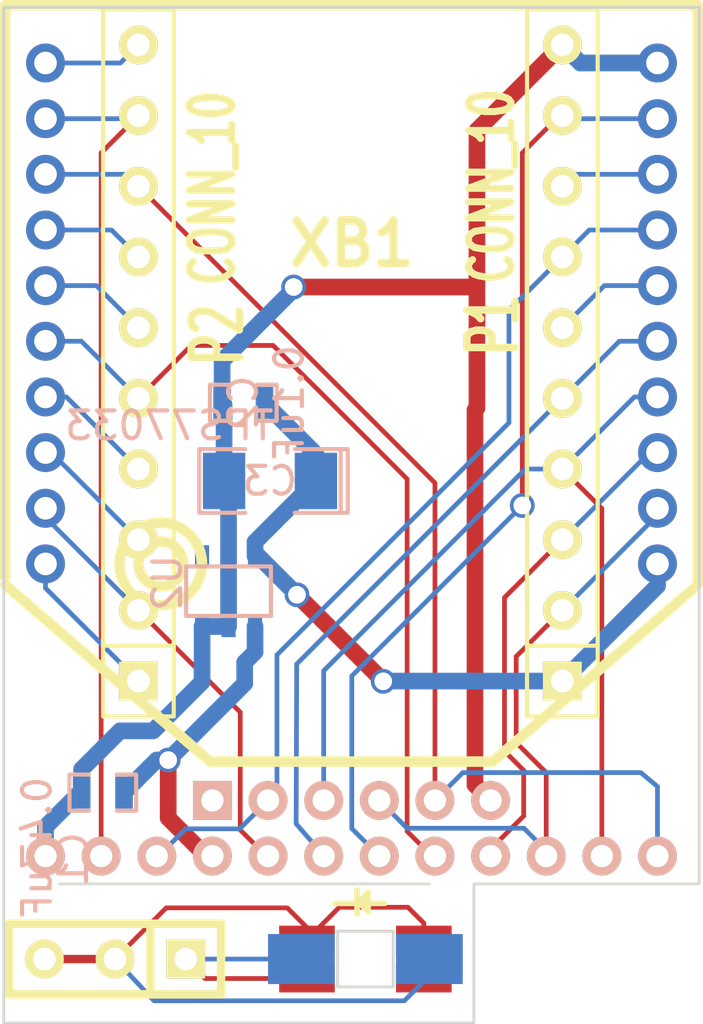
<source format=kicad_pcb>
(kicad_pcb (version 4) (host pcbnew "(2014-08-05 BZR 5054)-product")

  (general
    (links 49)
    (no_connects 0)
    (area 167.693499 89.565499 193.306501 128.29811)
    (thickness 1.6)
    (drawings 19)
    (tracks 175)
    (zones 0)
    (modules 12)
    (nets 26)
  )

  (page A4)
  (layers
    (0 F.Cu signal)
    (31 B.Cu signal)
    (32 B.Adhes user)
    (33 F.Adhes user)
    (34 B.Paste user)
    (35 F.Paste user)
    (36 B.SilkS user)
    (37 F.SilkS user)
    (38 B.Mask user)
    (39 F.Mask user)
    (40 Dwgs.User user)
    (41 Cmts.User user)
    (42 Eco1.User user)
    (43 Eco2.User user)
    (44 Edge.Cuts user)
    (45 Margin user)
    (46 B.CrtYd user)
    (47 F.CrtYd user)
    (48 B.Fab user)
    (49 F.Fab user)
  )

  (setup
    (last_trace_width 0.17)
    (user_trace_width 0.3)
    (user_trace_width 0.6)
    (trace_clearance 0.17)
    (zone_clearance 0.508)
    (zone_45_only no)
    (trace_min 0.17)
    (segment_width 0.2)
    (edge_width 0.1)
    (via_size 0.889)
    (via_drill 0.635)
    (via_min_size 0.889)
    (via_min_drill 0.508)
    (uvia_size 0.508)
    (uvia_drill 0.3)
    (uvias_allowed no)
    (uvia_min_size 0.508)
    (uvia_min_drill 0.127)
    (pcb_text_width 0.3)
    (pcb_text_size 1.5 1.5)
    (mod_edge_width 0.15)
    (mod_text_size 1 1)
    (mod_text_width 0.15)
    (pad_size 1.4 1.4)
    (pad_drill 0.8128)
    (pad_to_mask_clearance 0)
    (aux_axis_origin 0 0)
    (visible_elements FFFFFF7F)
    (pcbplotparams
      (layerselection 0x010f0_80000001)
      (usegerberextensions false)
      (excludeedgelayer true)
      (linewidth 0.100000)
      (plotframeref false)
      (viasonmask false)
      (mode 1)
      (useauxorigin false)
      (hpglpennumber 1)
      (hpglpenspeed 20)
      (hpglpendiameter 15)
      (hpglpenoverlay 2)
      (psnegative false)
      (psa4output false)
      (plotreference false)
      (plotvalue true)
      (plotinvisibletext false)
      (padsonsilk false)
      (subtractmaskfromsilk false)
      (outputformat 1)
      (mirror false)
      (drillshape 0)
      (scaleselection 1)
      (outputdirectory gerbers/))
  )

  (net 0 "")
  (net 1 "Net-(D1-Pad1)")
  (net 2 "Net-(D1-Pad2)")
  (net 3 VCC)
  (net 4 /Tx)
  (net 5 /Rx)
  (net 6 /Reset)
  (net 7 /XBee-Reset)
  (net 8 /Bootloader)
  (net 9 /Sleep_Rq)
  (net 10 GND)
  (net 11 /VBatt)
  (net 12 /RTS)
  (net 13 /On/Sleep)
  (net 14 /CTS)
  (net 15 "Net-(P3-Pad1)")
  (net 16 "Net-(P1-Pad6)")
  (net 17 "Net-(P1-Pad8)")
  (net 18 "Net-(P2-Pad1)")
  (net 19 "Net-(P2-Pad3)")
  (net 20 "Net-(P2-Pad4)")
  (net 21 "Net-(P2-Pad6)")
  (net 22 "Net-(P2-Pad7)")
  (net 23 "Net-(P2-Pad10)")
  (net 24 /V3)
  (net 25 "Net-(U2-Pad4)")

  (net_class Default "This is the default net class."
    (clearance 0.17)
    (trace_width 0.17)
    (via_dia 0.889)
    (via_drill 0.635)
    (uvia_dia 0.508)
    (uvia_drill 0.3)
    (add_net /Bootloader)
    (add_net /CTS)
    (add_net /On/Sleep)
    (add_net /RTS)
    (add_net /Reset)
    (add_net /Rx)
    (add_net /Sleep_Rq)
    (add_net /Tx)
    (add_net /V3)
    (add_net /VBatt)
    (add_net /XBee-Reset)
    (add_net GND)
    (add_net "Net-(D1-Pad1)")
    (add_net "Net-(D1-Pad2)")
    (add_net "Net-(P1-Pad6)")
    (add_net "Net-(P1-Pad8)")
    (add_net "Net-(P2-Pad1)")
    (add_net "Net-(P2-Pad10)")
    (add_net "Net-(P2-Pad3)")
    (add_net "Net-(P2-Pad4)")
    (add_net "Net-(P2-Pad6)")
    (add_net "Net-(P2-Pad7)")
    (add_net "Net-(P3-Pad1)")
    (add_net "Net-(U2-Pad4)")
    (add_net VCC)
  )

  (module Photodiode:pin_header_2mm_2x6 (layer B.Cu) (tedit 53FED096) (tstamp 53F9198F)
    (at 180.5 119.5)
    (path /53F67592)
    (fp_text reference P3 (at 0 -2.54) (layer B.SilkS) hide
      (effects (font (size 1 1) (thickness 0.15)) (justify mirror))
    )
    (fp_text value CONN_6X2 (at 0 2.5) (layer B.SilkS) hide
      (effects (font (size 1 1) (thickness 0.15)) (justify mirror))
    )
    (pad 5 thru_hole circle (at -1 -1) (size 1.4 1.4) (drill 0.8) (layers *.Cu *.Mask B.SilkS)
      (net 6 /Reset))
    (pad 3 thru_hole circle (at -3 -1) (size 1.4 1.4) (drill 0.8) (layers *.Cu *.Mask B.SilkS)
      (net 8 /Bootloader))
    (pad 1 thru_hole rect (at -5 -1) (size 1.4 1.4) (drill 0.8) (layers *.Cu *.Mask B.SilkS)
      (net 15 "Net-(P3-Pad1)"))
    (pad 7 thru_hole circle (at 1 -1) (size 1.4 1.4) (drill 0.8) (layers *.Cu *.Mask B.SilkS)
      (net 5 /Rx))
    (pad 9 thru_hole circle (at 3 -1) (size 1.4 1.4) (drill 0.8) (layers *.Cu *.Mask B.SilkS)
      (net 13 /On/Sleep))
    (pad 11 thru_hole circle (at 5 -1) (size 1.4 1.4) (drill 0.8) (layers *.Cu *.Mask B.SilkS)
      (net 10 GND))
    (pad 12 thru_hole circle (at 5 1) (size 1.4 1.4) (drill 0.8) (layers *.Cu *.Mask B.SilkS)
      (net 4 /Tx))
    (pad 10 thru_hole circle (at 3 1) (size 1.4 1.4) (drill 0.8) (layers *.Cu *.Mask B.SilkS)
      (net 12 /RTS))
    (pad 8 thru_hole circle (at 1 1) (size 1.4 1.4) (drill 0.8) (layers *.Cu *.Mask B.SilkS)
      (net 9 /Sleep_Rq))
    (pad 6 thru_hole circle (at -1 1) (size 1.4 1.4) (drill 0.8) (layers *.Cu *.Mask B.SilkS)
      (net 7 /XBee-Reset))
    (pad 4 thru_hole circle (at -3 1) (size 1.4 1.4) (drill 0.8) (layers *.Cu *.Mask B.SilkS)
      (net 11 /VBatt))
    (pad 2 thru_hole circle (at -5 1) (size 1.4 1.4) (drill 0.8) (layers *.Cu *.Mask B.SilkS)
      (net 3 VCC))
  )

  (module Photodiode:pin_header_2mm_1x3 (layer F.Cu) (tedit 53FED0A2) (tstamp 53F6862C)
    (at 189.5 120.5)
    (path /53F674B3)
    (fp_text reference P4 (at 0 2.54) (layer F.SilkS) hide
      (effects (font (size 1 1) (thickness 0.15)))
    )
    (fp_text value CONN_3 (at 0 -1.5) (layer F.SilkS) hide
      (effects (font (size 1 1) (thickness 0.15)))
    )
    (pad 3 thru_hole circle (at 2 0) (size 1.4 1.4) (drill 0.8) (layers *.Cu *.Mask B.SilkS)
      (net 13 /On/Sleep))
    (pad 2 thru_hole circle (at 0 0) (size 1.4 1.4) (drill 0.8) (layers *.Cu *.Mask B.SilkS)
      (net 6 /Reset))
    (pad 1 thru_hole circle (at -2 0) (size 1.4 1.4) (drill 0.8) (layers *.Cu *.Mask B.SilkS)
      (net 5 /Rx))
  )

  (module Photodiode:pin_header_2mm_1x3 (layer F.Cu) (tedit 53FED071) (tstamp 53FED097)
    (at 171.5 120.5)
    (path /53F6753C)
    (fp_text reference P5 (at 0 2.54) (layer F.SilkS) hide
      (effects (font (size 1 1) (thickness 0.15)))
    )
    (fp_text value CONN_3 (at 0 -1.5) (layer F.SilkS) hide
      (effects (font (size 1 1) (thickness 0.15)))
    )
    (pad 3 thru_hole circle (at 2 0) (size 1.4 1.4) (drill 0.8) (layers *.Cu *.Mask B.SilkS)
      (net 8 /Bootloader))
    (pad 2 thru_hole circle (at 0 0) (size 1.4 1.4) (drill 0.8) (layers *.Cu *.Mask B.SilkS)
      (net 14 /CTS))
    (pad 1 thru_hole circle (at -2 0) (size 1.4 1.4) (drill 0.8) (layers *.Cu *.Mask B.SilkS)
      (net 10 GND))
  )

  (module Connect:SIL-3 (layer F.Cu) (tedit 53FED0B1) (tstamp 53F89D66)
    (at 172 124.2 180)
    (descr "Connecteur 3 pins")
    (tags "CONN DEV")
    (path /53F679DA)
    (fp_text reference P6 (at 0 -2.54 180) (layer F.SilkS) hide
      (effects (font (size 1.7907 1.07696) (thickness 0.26924)))
    )
    (fp_text value CONN_3 (at 0 -2.54 180) (layer F.SilkS) hide
      (effects (font (size 1.524 1.016) (thickness 0.3048)))
    )
    (fp_line (start -3.81 1.27) (end -3.81 -1.27) (layer F.SilkS) (width 0.3048))
    (fp_line (start -3.81 -1.27) (end 3.81 -1.27) (layer F.SilkS) (width 0.3048))
    (fp_line (start 3.81 -1.27) (end 3.81 1.27) (layer F.SilkS) (width 0.3048))
    (fp_line (start 3.81 1.27) (end -3.81 1.27) (layer F.SilkS) (width 0.3048))
    (fp_line (start -1.27 -1.27) (end -1.27 1.27) (layer F.SilkS) (width 0.3048))
    (pad 1 thru_hole rect (at -2.54 0 180) (size 1.397 1.397) (drill 0.8128) (layers *.Cu *.Mask F.SilkS)
      (net 2 "Net-(D1-Pad2)"))
    (pad 2 thru_hole circle (at 0 0 180) (size 1.397 1.397) (drill 0.8128) (layers *.Cu *.Mask F.SilkS)
      (net 1 "Net-(D1-Pad1)"))
    (pad 3 thru_hole circle (at 2.54 0 180) (size 1.397 1.397) (drill 0.8128) (layers *.Cu *.Mask F.SilkS)
      (net 1 "Net-(D1-Pad1)"))
  )

  (module Photodiode:LED-mount (layer F.Cu) (tedit 5402A169) (tstamp 54028FCD)
    (at 181.1 124.2)
    (path /53F67A70)
    (fp_text reference D1 (at 0 -2) (layer F.SilkS) hide
      (effects (font (size 1 1) (thickness 0.15)))
    )
    (fp_text value LED (at 0 2) (layer F.SilkS) hide
      (effects (font (size 1 1) (thickness 0.15)))
    )
    (pad 1 smd rect (at 2.2 0) (size 2.4 1.8) (layers B.Cu F.Paste B.Mask)
      (net 1 "Net-(D1-Pad1)"))
    (pad 2 smd rect (at -2.4 0) (size 2.4 1.8) (layers B.Cu F.Paste B.Mask)
      (net 2 "Net-(D1-Pad2)"))
    (pad 3 smd rect (at -2.2 -0.7) (size 2 1) (layers F.Cu F.Paste F.Mask))
    (pad 4 smd rect (at -2.2 0.7) (size 2 1) (layers F.Cu F.Paste F.Mask))
    (pad 5 smd rect (at 2 -0.7) (size 2 1) (layers F.Cu F.Paste F.Mask))
    (pad 6 smd rect (at 2 0.7) (size 2 1) (layers F.Cu F.Paste F.Mask))
  )

  (module Photodiode:XBee (layer F.Cu) (tedit 549A2FCB) (tstamp 54757BD3)
    (at 180.5 110 180)
    (path /53F67332)
    (fp_text reference XB1 (at -0.02 11.51 180) (layer F.SilkS)
      (effects (font (thickness 0.3048)))
    )
    (fp_text value XBEE (at 0 -1.4 180) (layer F.SilkS) hide
      (effects (font (thickness 0.3048)))
    )
    (fp_line (start -12.446 19.058) (end -12.446 20.074) (layer F.SilkS) (width 0.381))
    (fp_line (start 12.446 19.058) (end 12.446 20.074) (layer F.SilkS) (width 0.381))
    (fp_circle (center 6.858 0) (end 7.62 0.254) (layer F.SilkS) (width 0.381))
    (fp_circle (center 6.858 0) (end 8.128 0.762) (layer F.SilkS) (width 0.381))
    (fp_line (start -12.446 19.058) (end -12.446 -0.754) (layer F.SilkS) (width 0.381))
    (fp_line (start 12.446 0) (end 12.446 -0.254) (layer F.SilkS) (width 0.381))
    (fp_line (start 12.446 19.058) (end 12.446 -0.5) (layer F.SilkS) (width 0.381))
    (fp_line (start -12.446 20.074) (end 12.446 20.074) (layer F.SilkS) (width 0.381))
    (fp_line (start 12.446 -0.754) (end 5.08 -7.104) (layer F.SilkS) (width 0.381))
    (fp_line (start -12.446 -0.754) (end -5.08 -7.104) (layer F.SilkS) (width 0.381))
    (fp_line (start -5.08 -7.104) (end 5.08 -7.104) (layer F.SilkS) (width 0.381))
    (pad 20 thru_hole circle (at 11.00074 0 180) (size 1.4 1.4) (drill 0.8128) (layers *.Cu *.Mask)
      (net 18 "Net-(P2-Pad1)"))
    (pad 16 thru_hole circle (at 11.00074 8.001 180) (size 1.4 1.4) (drill 0.8128) (layers *.Cu *.Mask)
      (net 12 /RTS))
    (pad 14 thru_hole circle (at 11.00074 11.99896 180) (size 1.4 1.4) (drill 0.8128) (layers *.Cu *.Mask)
      (net 22 "Net-(P2-Pad7)"))
    (pad 15 thru_hole circle (at 11.00074 9.99998 180) (size 1.4 1.4) (drill 0.8128) (layers *.Cu *.Mask)
      (net 21 "Net-(P2-Pad6)"))
    (pad 18 thru_hole circle (at 11.00074 4.0005 180) (size 1.4 1.4) (drill 0.8128) (layers *.Cu *.Mask)
      (net 19 "Net-(P2-Pad3)"))
    (pad 17 thru_hole circle (at 11.00074 5.99948 180) (size 1.4 1.4) (drill 0.8128) (layers *.Cu *.Mask)
      (net 20 "Net-(P2-Pad4)"))
    (pad 19 thru_hole circle (at 11.00074 1.99898 180) (size 1.4 1.4) (drill 0.8128) (layers *.Cu *.Mask)
      (net 11 /VBatt))
    (pad 12 thru_hole circle (at 11.00074 15.99946 180) (size 1.4 1.4) (drill 0.8128) (layers *.Cu *.Mask)
      (net 14 /CTS))
    (pad 11 thru_hole circle (at 11.00074 18.00098 180) (size 1.4 1.4) (drill 0.8128) (layers *.Cu *.Mask)
      (net 23 "Net-(P2-Pad10)"))
    (pad 13 thru_hole circle (at 11.00074 14.00048 180) (size 1.4 1.4) (drill 0.8128) (layers *.Cu *.Mask)
      (net 13 /On/Sleep))
    (pad 8 thru_hole circle (at -11.00074 14.00048 180) (size 1.4 1.4) (drill 0.8128) (layers *.Cu *.Mask)
      (net 17 "Net-(P1-Pad8)"))
    (pad 10 thru_hole circle (at -11.00074 18.00098 180) (size 1.4 1.4) (drill 0.8128) (layers *.Cu *.Mask)
      (net 10 GND))
    (pad 9 thru_hole circle (at -11.00074 15.99946 180) (size 1.4 1.4) (drill 0.8128) (layers *.Cu *.Mask)
      (net 9 /Sleep_Rq))
    (pad 2 thru_hole circle (at -11.00074 1.99898 180) (size 1.4 1.4) (drill 0.8128) (layers *.Cu *.Mask)
      (net 5 /Rx))
    (pad 4 thru_hole circle (at -11.00074 5.99948 180) (size 1.4 1.4) (drill 0.8128) (layers *.Cu *.Mask)
      (net 6 /Reset))
    (pad 3 thru_hole circle (at -11.00074 4.0005 180) (size 1.4 1.4) (drill 0.8128) (layers *.Cu *.Mask)
      (net 4 /Tx))
    (pad 6 thru_hole circle (at -11.00074 9.99998 180) (size 1.4 1.4) (drill 0.8128) (layers *.Cu *.Mask)
      (net 16 "Net-(P1-Pad6)"))
    (pad 7 thru_hole circle (at -11.00074 11.99896 180) (size 1.4 1.4) (drill 0.8128) (layers *.Cu *.Mask)
      (net 8 /Bootloader))
    (pad 5 thru_hole circle (at -11.00074 8.001 180) (size 1.4 1.4) (drill 0.8128) (layers *.Cu *.Mask)
      (net 7 /XBee-Reset))
    (pad 1 thru_hole circle (at -11.00074 0 180) (size 1.4 1.4) (drill 0.8128) (layers *.Cu *.Mask)
      (net 24 /V3))
    (model Radio/Xbee.wrl
      (at (xyz 0 0 -0.1000000014901161))
      (scale (xyz 1 1 1))
      (rotate (xyz 270 0 0))
    )
  )

  (module Connect:SIL-10 (layer F.Cu) (tedit 549A2FDB) (tstamp 5475A580)
    (at 188.08 102.78 90)
    (descr "Connecteur 10 pins")
    (tags "CONN DEV")
    (path /53F6774F)
    (fp_text reference P1 (at 1.36 -2.49 90) (layer F.SilkS)
      (effects (font (size 1.72974 1.08712) (thickness 0.3048)))
    )
    (fp_text value CONN_10 (at 6.35 -2.54 90) (layer F.SilkS)
      (effects (font (size 1.524 1.016) (thickness 0.3048)))
    )
    (fp_line (start -12.7 1.27) (end -12.7 -1.27) (layer F.SilkS) (width 0.15))
    (fp_line (start -12.7 -1.27) (end 12.7 -1.27) (layer F.SilkS) (width 0.15))
    (fp_line (start 12.7 -1.27) (end 12.7 1.27) (layer F.SilkS) (width 0.15))
    (fp_line (start 12.7 1.27) (end -12.7 1.27) (layer F.SilkS) (width 0.15))
    (fp_line (start -10.16 1.27) (end -10.16 -1.27) (layer F.SilkS) (width 0.15))
    (pad 1 thru_hole rect (at -11.43 0 90) (size 1.397 1.397) (drill 0.8128) (layers *.Cu *.Mask F.SilkS)
      (net 24 /V3))
    (pad 2 thru_hole circle (at -8.89 0 90) (size 1.397 1.397) (drill 0.8128) (layers *.Cu *.Mask F.SilkS)
      (net 5 /Rx))
    (pad 3 thru_hole circle (at -6.35 0 90) (size 1.397 1.397) (drill 0.8128) (layers *.Cu *.Mask F.SilkS)
      (net 4 /Tx))
    (pad 4 thru_hole circle (at -3.81 0 90) (size 1.397 1.397) (drill 0.8128) (layers *.Cu *.Mask F.SilkS)
      (net 6 /Reset))
    (pad 5 thru_hole circle (at -1.27 0 90) (size 1.397 1.397) (drill 0.8128) (layers *.Cu *.Mask F.SilkS)
      (net 7 /XBee-Reset))
    (pad 6 thru_hole circle (at 1.27 0 90) (size 1.397 1.397) (drill 0.8128) (layers *.Cu *.Mask F.SilkS)
      (net 16 "Net-(P1-Pad6)"))
    (pad 7 thru_hole circle (at 3.81 0 90) (size 1.397 1.397) (drill 0.8128) (layers *.Cu *.Mask F.SilkS)
      (net 8 /Bootloader))
    (pad 8 thru_hole circle (at 6.35 0 90) (size 1.397 1.397) (drill 0.8128) (layers *.Cu *.Mask F.SilkS)
      (net 17 "Net-(P1-Pad8)"))
    (pad 9 thru_hole circle (at 8.89 0 90) (size 1.397 1.397) (drill 0.8128) (layers *.Cu *.Mask F.SilkS)
      (net 9 /Sleep_Rq))
    (pad 10 thru_hole circle (at 11.43 0 90) (size 1.397 1.397) (drill 0.8128) (layers *.Cu *.Mask F.SilkS)
      (net 10 GND))
  )

  (module Connect:SIL-10 (layer F.Cu) (tedit 549A2FD6) (tstamp 5475A593)
    (at 172.84 102.78 90)
    (descr "Connecteur 10 pins")
    (tags "CONN DEV")
    (path /53F675C9)
    (fp_text reference P2 (at 1.01 2.84 90) (layer F.SilkS)
      (effects (font (size 1.72974 1.08712) (thickness 0.3048)))
    )
    (fp_text value CONN_10 (at 6.28 2.66 90) (layer F.SilkS)
      (effects (font (size 1.524 1.016) (thickness 0.3048)))
    )
    (fp_line (start -12.7 1.27) (end -12.7 -1.27) (layer F.SilkS) (width 0.15))
    (fp_line (start -12.7 -1.27) (end 12.7 -1.27) (layer F.SilkS) (width 0.15))
    (fp_line (start 12.7 -1.27) (end 12.7 1.27) (layer F.SilkS) (width 0.15))
    (fp_line (start 12.7 1.27) (end -12.7 1.27) (layer F.SilkS) (width 0.15))
    (fp_line (start -10.16 1.27) (end -10.16 -1.27) (layer F.SilkS) (width 0.15))
    (pad 1 thru_hole rect (at -11.43 0 90) (size 1.397 1.397) (drill 0.8128) (layers *.Cu *.Mask F.SilkS)
      (net 18 "Net-(P2-Pad1)"))
    (pad 2 thru_hole circle (at -8.89 0 90) (size 1.397 1.397) (drill 0.8128) (layers *.Cu *.Mask F.SilkS)
      (net 11 /VBatt))
    (pad 3 thru_hole circle (at -6.35 0 90) (size 1.397 1.397) (drill 0.8128) (layers *.Cu *.Mask F.SilkS)
      (net 19 "Net-(P2-Pad3)"))
    (pad 4 thru_hole circle (at -3.81 0 90) (size 1.397 1.397) (drill 0.8128) (layers *.Cu *.Mask F.SilkS)
      (net 20 "Net-(P2-Pad4)"))
    (pad 5 thru_hole circle (at -1.27 0 90) (size 1.397 1.397) (drill 0.8128) (layers *.Cu *.Mask F.SilkS)
      (net 12 /RTS))
    (pad 6 thru_hole circle (at 1.27 0 90) (size 1.397 1.397) (drill 0.8128) (layers *.Cu *.Mask F.SilkS)
      (net 21 "Net-(P2-Pad6)"))
    (pad 7 thru_hole circle (at 3.81 0 90) (size 1.397 1.397) (drill 0.8128) (layers *.Cu *.Mask F.SilkS)
      (net 22 "Net-(P2-Pad7)"))
    (pad 8 thru_hole circle (at 6.35 0 90) (size 1.397 1.397) (drill 0.8128) (layers *.Cu *.Mask F.SilkS)
      (net 13 /On/Sleep))
    (pad 9 thru_hole circle (at 8.89 0 90) (size 1.397 1.397) (drill 0.8128) (layers *.Cu *.Mask F.SilkS)
      (net 14 /CTS))
    (pad 10 thru_hole circle (at 11.43 0 90) (size 1.397 1.397) (drill 0.8128) (layers *.Cu *.Mask F.SilkS)
      (net 23 "Net-(P2-Pad10)"))
  )

  (module SMD_Packages:SMD-0603_c (layer B.Cu) (tedit 549A2A22) (tstamp 549A34C4)
    (at 171.56 118.22 180)
    (path /549A30D6)
    (attr smd)
    (fp_text reference C1 (at 1.06 -2.4 450) (layer B.SilkS)
      (effects (font (size 1 1) (thickness 0.15)) (justify mirror))
    )
    (fp_text value 0.47uF (at 2.36 -1.98 450) (layer B.SilkS)
      (effects (font (size 1 1) (thickness 0.15)) (justify mirror))
    )
    (fp_line (start 0.50038 -0.65024) (end 1.19888 -0.65024) (layer B.SilkS) (width 0.15))
    (fp_line (start -0.50038 -0.65024) (end -1.19888 -0.65024) (layer B.SilkS) (width 0.15))
    (fp_line (start 0.50038 0.65024) (end 1.19888 0.65024) (layer B.SilkS) (width 0.15))
    (fp_line (start -1.19888 0.65024) (end -0.50038 0.65024) (layer B.SilkS) (width 0.15))
    (fp_line (start 1.19888 0.635) (end 1.19888 -0.635) (layer B.SilkS) (width 0.15))
    (fp_line (start -1.19888 -0.635) (end -1.19888 0.635) (layer B.SilkS) (width 0.15))
    (pad 1 smd rect (at -0.762 0 180) (size 0.635 1.143) (layers B.Cu B.Paste B.Mask)
      (net 3 VCC))
    (pad 2 smd rect (at 0.762 0 180) (size 0.635 1.143) (layers B.Cu B.Paste B.Mask)
      (net 10 GND))
    (model SMD_Packages/SMD-0603_c.wrl
      (at (xyz 0 0 0.001000000047497451))
      (scale (xyz 0.5 0.5 0.5))
      (rotate (xyz 0 0 0))
    )
  )

  (module SMD_Packages:SMD-0603_c (layer B.Cu) (tedit 549A298F) (tstamp 549A34D0)
    (at 176.61 104.21 180)
    (path /549A3151)
    (attr smd)
    (fp_text reference C2 (at 0 0 450) (layer B.SilkS)
      (effects (font (size 1 1) (thickness 0.15)) (justify mirror))
    )
    (fp_text value 0.1uF (at -1.651 0 450) (layer B.SilkS)
      (effects (font (size 1 1) (thickness 0.15)) (justify mirror))
    )
    (fp_line (start 0.50038 -0.65024) (end 1.19888 -0.65024) (layer B.SilkS) (width 0.15))
    (fp_line (start -0.50038 -0.65024) (end -1.19888 -0.65024) (layer B.SilkS) (width 0.15))
    (fp_line (start 0.50038 0.65024) (end 1.19888 0.65024) (layer B.SilkS) (width 0.15))
    (fp_line (start -1.19888 0.65024) (end -0.50038 0.65024) (layer B.SilkS) (width 0.15))
    (fp_line (start 1.19888 0.635) (end 1.19888 -0.635) (layer B.SilkS) (width 0.15))
    (fp_line (start -1.19888 -0.635) (end -1.19888 0.635) (layer B.SilkS) (width 0.15))
    (pad 1 smd rect (at -0.762 0 180) (size 0.635 1.143) (layers B.Cu B.Paste B.Mask)
      (net 24 /V3))
    (pad 2 smd rect (at 0.762 0 180) (size 0.635 1.143) (layers B.Cu B.Paste B.Mask)
      (net 10 GND))
    (model SMD_Packages/SMD-0603_c.wrl
      (at (xyz 0 0 0.001000000047497451))
      (scale (xyz 0.5 0.5 0.5))
      (rotate (xyz 0 0 0))
    )
  )

  (module SMD_Packages:SMD-1206_Pol (layer B.Cu) (tedit 549A298F) (tstamp 549A34DF)
    (at 177.57 107.02 180)
    (path /549A31E1)
    (attr smd)
    (fp_text reference C3 (at 0 0 180) (layer B.SilkS)
      (effects (font (size 1 1) (thickness 0.15)) (justify mirror))
    )
    (fp_text value 10uF (at 0 0 180) (layer B.SilkS) hide
      (effects (font (size 1 1) (thickness 0.15)) (justify mirror))
    )
    (fp_line (start -2.54 1.143) (end -2.794 1.143) (layer B.SilkS) (width 0.15))
    (fp_line (start -2.794 1.143) (end -2.794 -1.143) (layer B.SilkS) (width 0.15))
    (fp_line (start -2.794 -1.143) (end -2.54 -1.143) (layer B.SilkS) (width 0.15))
    (fp_line (start -2.54 1.143) (end -2.54 -1.143) (layer B.SilkS) (width 0.15))
    (fp_line (start -2.54 -1.143) (end -0.889 -1.143) (layer B.SilkS) (width 0.15))
    (fp_line (start 0.889 1.143) (end 2.54 1.143) (layer B.SilkS) (width 0.15))
    (fp_line (start 2.54 1.143) (end 2.54 -1.143) (layer B.SilkS) (width 0.15))
    (fp_line (start 2.54 -1.143) (end 0.889 -1.143) (layer B.SilkS) (width 0.15))
    (fp_line (start -0.889 1.143) (end -2.54 1.143) (layer B.SilkS) (width 0.15))
    (pad 1 smd rect (at -1.651 0 180) (size 1.524 2.032) (layers B.Cu B.Paste B.Mask)
      (net 24 /V3))
    (pad 2 smd rect (at 1.651 0 180) (size 1.524 2.032) (layers B.Cu B.Paste B.Mask)
      (net 10 GND))
    (model SMD_Packages/SMD-1206_Pol.wrl
      (at (xyz 0 0 0))
      (scale (xyz 0.1700000017881393 0.1599999964237213 0.1599999964237213))
      (rotate (xyz 0 0 0))
    )
  )

  (module SMD_Packages:SOT-23-5 (layer B.Cu) (tedit 549A2A82) (tstamp 549A34EC)
    (at 176.08 110.98 180)
    (path /549A2F0F)
    (attr smd)
    (fp_text reference U2 (at 2.19964 0.29972 450) (layer B.SilkS)
      (effects (font (size 1 1) (thickness 0.15)) (justify mirror))
    )
    (fp_text value TPS77033 (at 2.13 5.95 180) (layer B.SilkS)
      (effects (font (size 1 1) (thickness 0.15)) (justify mirror))
    )
    (fp_line (start 1.524 0.889) (end 1.524 -0.889) (layer B.SilkS) (width 0.15))
    (fp_line (start 1.524 -0.889) (end -1.524 -0.889) (layer B.SilkS) (width 0.15))
    (fp_line (start -1.524 -0.889) (end -1.524 0.889) (layer B.SilkS) (width 0.15))
    (fp_line (start -1.524 0.889) (end 1.524 0.889) (layer B.SilkS) (width 0.15))
    (pad 1 smd rect (at -0.9525 -1.27 180) (size 0.508 0.762) (layers B.Cu B.Paste B.Mask)
      (net 3 VCC))
    (pad 3 smd rect (at 0.9525 -1.27 180) (size 0.508 0.762) (layers B.Cu B.Paste B.Mask)
      (net 10 GND))
    (pad 5 smd rect (at -0.9525 1.27 180) (size 0.508 0.762) (layers B.Cu B.Paste B.Mask)
      (net 24 /V3))
    (pad 2 smd rect (at 0 -1.27 180) (size 0.508 0.762) (layers B.Cu B.Paste B.Mask)
      (net 10 GND))
    (pad 4 smd rect (at 0.9525 1.27 180) (size 0.508 0.762) (layers B.Cu B.Paste B.Mask)
      (net 25 "Net-(U2-Pad4)"))
    (model SMD_Packages/SOT-23-5.wrl
      (at (xyz 0 0 0))
      (scale (xyz 0.1000000014901161 0.1000000014901161 0.1000000014901161))
      (rotate (xyz 0 0 0))
    )
  )

  (gr_line (start 184.9 121.5) (end 184.9 126.5) (angle 90) (layer Edge.Cuts) (width 0.1))
  (gr_line (start 182 123.2) (end 182 125.2) (angle 90) (layer Edge.Cuts) (width 0.1))
  (gr_line (start 180 123.2) (end 180 125.2) (angle 90) (layer Edge.Cuts) (width 0.1))
  (gr_line (start 180 125.2) (end 182 125.2) (angle 90) (layer Edge.Cuts) (width 0.1))
  (gr_line (start 180 123.2) (end 182 123.2) (angle 90) (layer Edge.Cuts) (width 0.1))
  (gr_line (start 181 122) (end 181 122.3) (angle 90) (layer F.SilkS) (width 0.2))
  (gr_line (start 180.7 121.7) (end 180.7 122.6) (angle 90) (layer F.SilkS) (width 0.2))
  (gr_line (start 181.1 122.2) (end 181.7 122.2) (angle 90) (layer F.SilkS) (width 0.2))
  (gr_line (start 180.8 122.2) (end 180.7 122.2) (angle 90) (layer F.SilkS) (width 0.2))
  (gr_line (start 181.1 122.5) (end 180.8 122.2) (angle 90) (layer F.SilkS) (width 0.2))
  (gr_line (start 181.1 121.8) (end 181.1 122.5) (angle 90) (layer F.SilkS) (width 0.2))
  (gr_line (start 180.7 122.2) (end 181.1 121.8) (angle 90) (layer F.SilkS) (width 0.2))
  (gr_line (start 179.9 122.2) (end 180.7 122.2) (angle 90) (layer F.SilkS) (width 0.2))
  (gr_line (start 183.3 121.5) (end 170 121.5) (angle 90) (layer Edge.Cuts) (width 0.1))
  (gr_line (start 184.9 121.5) (end 193 121.5) (angle 90) (layer Edge.Cuts) (width 0.1))
  (gr_line (start 193 90) (end 193 121.5) (angle 90) (layer Edge.Cuts) (width 0.1))
  (gr_line (start 168 126.5) (end 184.9 126.5) (angle 90) (layer Edge.Cuts) (width 0.1))
  (gr_line (start 168 90) (end 193 90) (angle 90) (layer Edge.Cuts) (width 0.1))
  (gr_line (start 168 90) (end 168 126.5) (angle 90) (layer Edge.Cuts) (width 0.1))

  (segment (start 172 124.2) (end 169.46 124.2) (width 0.3) (layer F.Cu) (net 1))
  (segment (start 173.4 125.7) (end 172 124.2) (width 0.17) (layer B.Cu) (net 1) (tstamp 53FC439A) (status 20))
  (segment (start 175.04 125.7) (end 173.4 125.7) (width 0.17) (layer B.Cu) (net 1) (tstamp 53F92D63))
  (segment (start 183.5 124.6) (end 182.4 125.7) (width 0.17) (layer B.Cu) (net 1) (tstamp 53F92D5E))
  (segment (start 182.4 125.7) (end 175.04 125.7) (width 0.17) (layer B.Cu) (net 1) (tstamp 53F92D60))
  (segment (start 183.5 124.2) (end 183.5 124.6) (width 0.17) (layer B.Cu) (net 1))
  (segment (start 183.1 122.91) (end 182.53 122.34) (width 0.17) (layer F.Cu) (net 1) (tstamp 549A36BA))
  (segment (start 182.53 122.34) (end 180.06 122.34) (width 0.17) (layer F.Cu) (net 1) (tstamp 549A36BB))
  (segment (start 180.06 122.34) (end 178.9 123.5) (width 0.17) (layer F.Cu) (net 1) (tstamp 549A36BC))
  (segment (start 183.1 123.5) (end 183.1 122.91) (width 0.17) (layer F.Cu) (net 1))
  (segment (start 178.19 122.36) (end 173.84 122.36) (width 0.17) (layer F.Cu) (net 1) (tstamp 549A36C9))
  (segment (start 173.84 122.36) (end 172 124.2) (width 0.17) (layer F.Cu) (net 1) (tstamp 549A36CB))
  (segment (start 178.9 123.07) (end 178.19 122.36) (width 0.17) (layer F.Cu) (net 1) (tstamp 549A36C8))
  (segment (start 178.9 123.5) (end 178.9 123.07) (width 0.17) (layer F.Cu) (net 1))
  (segment (start 174.9 124.7) (end 174.54 124.2) (width 0.17) (layer F.Cu) (net 2) (tstamp 54028FEE))
  (segment (start 174.54 124.2) (end 178.5 124.2) (width 0.17) (layer B.Cu) (net 2))
  (segment (start 175.24 124.9) (end 174.54 124.2) (width 0.17) (layer F.Cu) (net 2) (tstamp 549A36CF))
  (segment (start 178.9 124.9) (end 175.24 124.9) (width 0.17) (layer F.Cu) (net 2))
  (segment (start 176.66 114.3) (end 176.66 114.27) (width 0.6) (layer B.Cu) (net 3) (tstamp 54771260))
  (segment (start 173.91 117.05) (end 176.66 114.3) (width 0.6) (layer B.Cu) (net 3) (tstamp 5477125F))
  (via (at 173.91 117.05) (size 0.889) (layers F.Cu B.Cu) (net 3))
  (segment (start 173.91 118.74) (end 173.91 117.05) (width 0.6) (layer F.Cu) (net 3) (tstamp 549A354E))
  (segment (start 173.91 119.13) (end 173.91 118.74) (width 0.6) (layer F.Cu) (net 3) (tstamp 54771253))
  (segment (start 175.5 120.5) (end 175.28 120.5) (width 0.6) (layer F.Cu) (net 3))
  (segment (start 175.28 120.5) (end 173.91 119.13) (width 0.6) (layer F.Cu) (net 3) (tstamp 54771249))
  (segment (start 173.492 117.05) (end 172.322 118.22) (width 0.6) (layer B.Cu) (net 3) (tstamp 549A3599))
  (segment (start 173.91 117.05) (end 173.492 117.05) (width 0.6) (layer B.Cu) (net 3))
  (segment (start 176.66 113.54) (end 177.0325 113.1675) (width 0.6) (layer B.Cu) (net 3) (tstamp 549A35A4))
  (segment (start 177.0325 113.1675) (end 177.0325 112.25) (width 0.6) (layer B.Cu) (net 3) (tstamp 549A35A5))
  (segment (start 176.66 114.27) (end 176.66 113.54) (width 0.6) (layer B.Cu) (net 3))
  (segment (start 191.50074 105.9995) (end 191.2105 105.9995) (width 0.17) (layer B.Cu) (net 4))
  (segment (start 191.2105 105.9995) (end 188.08 109.13) (width 0.17) (layer B.Cu) (net 4) (tstamp 54770E76))
  (segment (start 185.5 120.5) (end 185.5 120.25) (width 0.17) (layer F.Cu) (net 4))
  (segment (start 185.5 120.25) (end 186.69 119.06) (width 0.17) (layer F.Cu) (net 4) (tstamp 54770DED))
  (segment (start 186.69 119.06) (end 186.69 117.42) (width 0.17) (layer F.Cu) (net 4) (tstamp 54770DEF))
  (segment (start 186.69 117.42) (end 186 116.73) (width 0.17) (layer F.Cu) (net 4) (tstamp 54770DF2))
  (segment (start 186 116.73) (end 186 111.21) (width 0.17) (layer F.Cu) (net 4) (tstamp 54770DF4))
  (segment (start 186 111.21) (end 188.08 109.13) (width 0.17) (layer F.Cu) (net 4) (tstamp 54770DFA))
  (segment (start 191.50074 108.00102) (end 191.50074 108.24926) (width 0.17) (layer B.Cu) (net 5))
  (segment (start 191.50074 108.24926) (end 188.08 111.67) (width 0.17) (layer B.Cu) (net 5) (tstamp 54770E73))
  (segment (start 187.5 120.5) (end 187.5 117.5) (width 0.17) (layer F.Cu) (net 5))
  (segment (start 186.42 113.33) (end 188.08 111.67) (width 0.17) (layer F.Cu) (net 5) (tstamp 54770AD9))
  (segment (start 186.42 116.42) (end 186.42 113.33) (width 0.17) (layer F.Cu) (net 5) (tstamp 54770AD4))
  (segment (start 187.5 117.5) (end 186.42 116.42) (width 0.17) (layer F.Cu) (net 5) (tstamp 54770AD0))
  (segment (start 182.5 119.5) (end 181.5 118.5) (width 0.17) (layer B.Cu) (net 5) (tstamp 53F91CB8) (status 20))
  (segment (start 186.7 119.5) (end 182.5 119.5) (width 0.17) (layer B.Cu) (net 5) (tstamp 53F91CB6))
  (segment (start 187.7 120.5) (end 186.7 119.5) (width 0.17) (layer B.Cu) (net 5))
  (segment (start 191.50074 104.00052) (end 190.66948 104.00052) (width 0.17) (layer B.Cu) (net 6))
  (segment (start 190.66948 104.00052) (end 188.08 106.59) (width 0.17) (layer B.Cu) (net 6) (tstamp 5477143B))
  (segment (start 188.08 106.59) (end 186.75 106.59) (width 0.17) (layer B.Cu) (net 6))
  (segment (start 179.5 113.84) (end 179.5 118.5) (width 0.17) (layer B.Cu) (net 6) (tstamp 547713DA))
  (segment (start 186.75 106.59) (end 179.5 113.84) (width 0.17) (layer B.Cu) (net 6) (tstamp 547713D4))
  (segment (start 189.5 120.5) (end 189.5 108.01) (width 0.17) (layer F.Cu) (net 6))
  (segment (start 189.5 108.01) (end 188.08 106.59) (width 0.17) (layer F.Cu) (net 6) (tstamp 54770E8A))
  (segment (start 191.50074 101.999) (end 190.131 101.999) (width 0.17) (layer B.Cu) (net 7))
  (segment (start 190.131 101.999) (end 188.08 104.05) (width 0.17) (layer B.Cu) (net 7) (tstamp 5477143F))
  (segment (start 179.5 120.5) (end 179.52 120.5) (width 0.17) (layer B.Cu) (net 7))
  (segment (start 179.52 120.5) (end 178.51 119.34) (width 0.17) (layer B.Cu) (net 7) (tstamp 54770F28))
  (segment (start 178.51 119.34) (end 178.53 113.6) (width 0.17) (layer B.Cu) (net 7) (tstamp 54770F2F))
  (segment (start 178.53 113.6) (end 188.08 104.05) (width 0.17) (layer B.Cu) (net 7) (tstamp 54770F33))
  (segment (start 191.50074 98.00104) (end 189.04896 98.00104) (width 0.17) (layer B.Cu) (net 8))
  (segment (start 189.04896 98.00104) (end 188.08 98.97) (width 0.17) (layer B.Cu) (net 8) (tstamp 54771447))
  (segment (start 188.08 98.97) (end 186.16 100.89) (width 0.17) (layer B.Cu) (net 8))
  (segment (start 177.82 113.27) (end 177.82 118.18) (width 0.17) (layer B.Cu) (net 8) (tstamp 547713FC))
  (segment (start 186.16 104.93) (end 177.82 113.27) (width 0.17) (layer B.Cu) (net 8) (tstamp 547713FA))
  (segment (start 186.16 100.89) (end 186.16 104.93) (width 0.17) (layer B.Cu) (net 8) (tstamp 547713F7))
  (segment (start 177.82 118.18) (end 177.5 118.5) (width 0.17) (layer B.Cu) (net 8) (tstamp 547713FF))
  (segment (start 173.5 120.5) (end 173.56 120.5) (width 0.17) (layer B.Cu) (net 8))
  (segment (start 173.56 120.5) (end 174.54 119.52) (width 0.17) (layer B.Cu) (net 8) (tstamp 547711DA))
  (segment (start 174.54 119.52) (end 176.48 119.52) (width 0.17) (layer B.Cu) (net 8) (tstamp 547711DC))
  (segment (start 176.48 119.52) (end 177.5 118.5) (width 0.17) (layer B.Cu) (net 8) (tstamp 547711EA))
  (segment (start 191.50074 94.00054) (end 188.19054 94.00054) (width 0.17) (layer B.Cu) (net 9))
  (segment (start 188.19054 94.00054) (end 188.08 93.89) (width 0.17) (layer B.Cu) (net 9) (tstamp 5477144E))
  (segment (start 188.08 93.89) (end 187.98 93.89) (width 0.17) (layer F.Cu) (net 9))
  (segment (start 187.98 93.89) (end 186.64 95.23) (width 0.17) (layer F.Cu) (net 9) (tstamp 54770FE3))
  (segment (start 180.51 119.51) (end 181.5 120.5) (width 0.17) (layer B.Cu) (net 9) (tstamp 54771001))
  (segment (start 180.51 114.03) (end 180.51 119.51) (width 0.17) (layer B.Cu) (net 9) (tstamp 54770FF3))
  (segment (start 186.64 107.9) (end 180.51 114.03) (width 0.17) (layer B.Cu) (net 9) (tstamp 54770FF2))
  (via (at 186.64 107.9) (size 0.889) (layers F.Cu B.Cu) (net 9))
  (segment (start 186.64 95.23) (end 186.64 107.9) (width 0.17) (layer F.Cu) (net 9) (tstamp 54770FE5))
  (segment (start 188.19054 94.00054) (end 188.08 93.89) (width 0.17) (layer F.Cu) (net 9) (tstamp 5475A6AD))
  (segment (start 169.5 120.5) (end 169.5 120.06) (width 0.6) (layer B.Cu) (net 10))
  (segment (start 169.5 119.45) (end 170.69 118.26) (width 0.6) (layer B.Cu) (net 10) (tstamp 549A3547))
  (segment (start 169.5 120.5) (end 169.5 119.45) (width 0.6) (layer B.Cu) (net 10))
  (segment (start 184.94 104.47) (end 185.01 104.4) (width 0.6) (layer F.Cu) (net 10) (tstamp 54771549))
  (segment (start 184.94 117.94) (end 185.5 118.5) (width 0.6) (layer F.Cu) (net 10) (tstamp 5477156A))
  (segment (start 184.94 104.47) (end 184.94 117.94) (width 0.6) (layer F.Cu) (net 10))
  (segment (start 185.01 104.4) (end 185.01 100.05) (width 0.6) (layer F.Cu) (net 10) (tstamp 5477154A))
  (segment (start 185.01 100.05) (end 185.01 94.42) (width 0.6) (layer F.Cu) (net 10) (tstamp 549A3725))
  (segment (start 185.01 94.42) (end 188.08 91.35) (width 0.6) (layer F.Cu) (net 10) (tstamp 5477154E))
  (segment (start 191.50074 91.99902) (end 188.72902 91.99902) (width 0.6) (layer B.Cu) (net 10))
  (segment (start 188.72902 91.99902) (end 188.08 91.35) (width 0.6) (layer B.Cu) (net 10) (tstamp 54771452))
  (segment (start 170.798 117.382) (end 172.18 116) (width 0.6) (layer B.Cu) (net 10) (tstamp 549A359C))
  (segment (start 172.18 116) (end 173.37 116) (width 0.6) (layer B.Cu) (net 10) (tstamp 549A359D))
  (segment (start 173.37 116) (end 175.1275 114.2425) (width 0.6) (layer B.Cu) (net 10) (tstamp 549A359E))
  (segment (start 175.1275 114.2425) (end 175.1275 112.25) (width 0.6) (layer B.Cu) (net 10) (tstamp 549A359F))
  (segment (start 170.798 118.22) (end 170.798 117.382) (width 0.6) (layer B.Cu) (net 10))
  (segment (start 175.1275 112.25) (end 176.08 112.25) (width 0.6) (layer B.Cu) (net 10))
  (segment (start 176.08 107.181) (end 175.919 107.02) (width 0.6) (layer B.Cu) (net 10) (tstamp 549A369A))
  (segment (start 176.08 112.25) (end 176.08 107.181) (width 0.6) (layer B.Cu) (net 10))
  (segment (start 175.919 104.281) (end 175.848 104.21) (width 0.6) (layer B.Cu) (net 10) (tstamp 549A369D))
  (segment (start 175.919 107.02) (end 175.919 104.281) (width 0.6) (layer B.Cu) (net 10))
  (segment (start 184.98 100.05) (end 185.01 100.05) (width 0.6) (layer F.Cu) (net 10) (tstamp 549A3724))
  (segment (start 185.01 100.05) (end 184.98 100.05) (width 0.6) (layer F.Cu) (net 10) (tstamp 549A3722))
  (segment (start 175.848 102.702) (end 178.42 100.13) (width 0.6) (layer B.Cu) (net 10) (tstamp 549A371E))
  (segment (start 178.42 100.13) (end 178.42 100.05) (width 0.6) (layer B.Cu) (net 10) (tstamp 549A371F))
  (via (at 178.42 100.05) (size 0.889) (layers F.Cu B.Cu) (net 10))
  (segment (start 178.42 100.05) (end 185.01 100.05) (width 0.6) (layer F.Cu) (net 10) (tstamp 549A3721))
  (segment (start 175.848 104.21) (end 175.848 102.702) (width 0.6) (layer B.Cu) (net 10))
  (segment (start 169.49926 108.00102) (end 169.49926 108.32926) (width 0.17) (layer B.Cu) (net 11))
  (segment (start 169.49926 108.32926) (end 172.84 111.67) (width 0.17) (layer B.Cu) (net 11) (tstamp 547714B3))
  (segment (start 177.5 120.5) (end 177.44 120.5) (width 0.17) (layer F.Cu) (net 11))
  (segment (start 177.44 120.5) (end 176.5 119.56) (width 0.17) (layer F.Cu) (net 11) (tstamp 54770EE1))
  (segment (start 176.5 119.56) (end 176.5 115.33) (width 0.17) (layer F.Cu) (net 11) (tstamp 54770EE9))
  (segment (start 176.5 115.33) (end 172.84 111.67) (width 0.17) (layer F.Cu) (net 11) (tstamp 54770EED))
  (segment (start 169.49926 101.999) (end 170.789 101.999) (width 0.17) (layer B.Cu) (net 12))
  (segment (start 170.789 101.999) (end 172.84 104.05) (width 0.17) (layer B.Cu) (net 12) (tstamp 547714A8))
  (segment (start 183.5 120.5) (end 183.39 120.5) (width 0.17) (layer F.Cu) (net 12))
  (segment (start 183.39 120.5) (end 182.5 119.61) (width 0.17) (layer F.Cu) (net 12) (tstamp 54770EAC))
  (segment (start 182.5 113.81) (end 182.5 113.71) (width 0.17) (layer F.Cu) (net 12) (tstamp 549A35EE))
  (segment (start 182.5 119.61) (end 182.5 113.81) (width 0.17) (layer F.Cu) (net 12) (tstamp 54770EB4))
  (segment (start 174.96 102.15) (end 174.92 102.15) (width 0.17) (layer F.Cu) (net 12) (tstamp 549A3678))
  (segment (start 177.68 102.15) (end 174.96 102.15) (width 0.17) (layer F.Cu) (net 12) (tstamp 549A35F3))
  (segment (start 182.5 106.95) (end 179.28 103.73) (width 0.17) (layer F.Cu) (net 12) (tstamp 549A35F0))
  (segment (start 179.28 103.73) (end 177.68 102.15) (width 0.17) (layer F.Cu) (net 12) (tstamp 549A35F1))
  (segment (start 182.5 113.81) (end 182.5 106.95) (width 0.17) (layer F.Cu) (net 12))
  (segment (start 174.74 102.15) (end 172.84 104.05) (width 0.17) (layer F.Cu) (net 12) (tstamp 549A367A))
  (segment (start 174.96 102.15) (end 174.74 102.15) (width 0.17) (layer F.Cu) (net 12))
  (segment (start 169.49926 95.99952) (end 172.40952 95.99952) (width 0.17) (layer B.Cu) (net 13))
  (segment (start 172.40952 95.99952) (end 172.84 96.43) (width 0.17) (layer B.Cu) (net 13) (tstamp 5477149D))
  (segment (start 183.5 118.5) (end 183.5 107.09) (width 0.17) (layer F.Cu) (net 13))
  (segment (start 183.5 107.09) (end 172.84 96.43) (width 0.17) (layer F.Cu) (net 13) (tstamp 54770AC1))
  (segment (start 183.5 118.5) (end 184 118) (width 0.17) (layer B.Cu) (net 13) (status 10))
  (segment (start 191.5 118) (end 191.5 120.5) (width 0.17) (layer B.Cu) (net 13) (tstamp 53F91B6B))
  (segment (start 184.5 117.5) (end 190.9 117.5) (width 0.17) (layer B.Cu) (net 13) (tstamp 53F91B64))
  (segment (start 184 118) (end 184.5 117.5) (width 0.17) (layer B.Cu) (net 13) (tstamp 53F91B62))
  (segment (start 172.40952 95.99952) (end 172.84 96.43) (width 0.17) (layer F.Cu) (net 13) (tstamp 5475A666))
  (segment (start 190.9 117.5) (end 191.5 118) (width 0.17) (layer B.Cu) (net 13) (tstamp 53F91B6A))
  (segment (start 171.5 120.5) (end 171.5 95.23) (width 0.17) (layer F.Cu) (net 14))
  (segment (start 171.5 95.23) (end 172.84 93.89) (width 0.17) (layer F.Cu) (net 14) (tstamp 547714BB))
  (segment (start 169.49926 94.00054) (end 172.72946 94.00054) (width 0.17) (layer B.Cu) (net 14))
  (segment (start 172.72946 94.00054) (end 172.84 93.89) (width 0.17) (layer B.Cu) (net 14) (tstamp 5477149A))
  (segment (start 172.84 93.89) (end 172.84 94.01) (width 0.17) (layer B.Cu) (net 14))
  (segment (start 172.72946 94.00054) (end 172.84 93.89) (width 0.17) (layer F.Cu) (net 14) (tstamp 5475A663))
  (segment (start 191.50074 100.00002) (end 189.58998 100.00002) (width 0.17) (layer B.Cu) (net 16))
  (segment (start 189.58998 100.00002) (end 188.08 101.51) (width 0.17) (layer B.Cu) (net 16) (tstamp 54771443))
  (segment (start 191.50074 95.99952) (end 188.51048 95.99952) (width 0.17) (layer B.Cu) (net 17))
  (segment (start 188.51048 95.99952) (end 188.08 96.43) (width 0.17) (layer B.Cu) (net 17) (tstamp 5477144B))
  (segment (start 188.51048 95.99952) (end 188.08 96.43) (width 0.17) (layer F.Cu) (net 17) (tstamp 5475A6AA))
  (segment (start 169.49926 110) (end 169.49926 110.86926) (width 0.17) (layer B.Cu) (net 18))
  (segment (start 169.49926 110.86926) (end 172.84 114.21) (width 0.17) (layer B.Cu) (net 18) (tstamp 547714B6))
  (segment (start 169.49926 105.9995) (end 169.7095 105.9995) (width 0.17) (layer B.Cu) (net 19))
  (segment (start 169.7095 105.9995) (end 172.84 109.13) (width 0.17) (layer B.Cu) (net 19) (tstamp 547714B0))
  (segment (start 169.49926 104.00052) (end 170.25052 104.00052) (width 0.17) (layer B.Cu) (net 20))
  (segment (start 170.25052 104.00052) (end 172.84 106.59) (width 0.17) (layer B.Cu) (net 20) (tstamp 547714AC))
  (segment (start 169.49926 100.00002) (end 171.33002 100.00002) (width 0.17) (layer B.Cu) (net 21))
  (segment (start 171.33002 100.00002) (end 172.84 101.51) (width 0.17) (layer B.Cu) (net 21) (tstamp 547714A4))
  (segment (start 169.49926 98.00104) (end 171.87104 98.00104) (width 0.17) (layer B.Cu) (net 22))
  (segment (start 171.87104 98.00104) (end 172.84 98.97) (width 0.17) (layer B.Cu) (net 22) (tstamp 547714A0))
  (segment (start 169.49926 91.99902) (end 172.19098 91.99902) (width 0.17) (layer B.Cu) (net 23))
  (segment (start 172.19098 91.99902) (end 172.84 91.35) (width 0.17) (layer B.Cu) (net 23) (tstamp 54771497))
  (segment (start 191.50074 110) (end 191.50074 110.78926) (width 0.6) (layer B.Cu) (net 24))
  (segment (start 191.50074 110.78926) (end 188.08 114.21) (width 0.6) (layer B.Cu) (net 24) (tstamp 547712B7))
  (via (at 181.64 114.22) (size 0.889) (layers F.Cu B.Cu) (net 24))
  (segment (start 181.64 114.22) (end 181.65 114.21) (width 0.6) (layer B.Cu) (net 24) (tstamp 54771286))
  (segment (start 181.65 114.21) (end 188.08 114.21) (width 0.6) (layer B.Cu) (net 24) (tstamp 54771287))
  (segment (start 181.64 114.21) (end 181.64 114.22) (width 0.6) (layer F.Cu) (net 24) (tstamp 549A35E6))
  (segment (start 178.54 111.11) (end 181.64 114.21) (width 0.6) (layer F.Cu) (net 24) (tstamp 549A35E5))
  (via (at 178.54 111.11) (size 0.889) (layers F.Cu B.Cu) (net 24))
  (segment (start 177.14 109.71) (end 178.54 111.11) (width 0.6) (layer B.Cu) (net 24) (tstamp 549A35E2))
  (segment (start 177.0325 109.71) (end 177.14 109.71) (width 0.6) (layer B.Cu) (net 24))
  (segment (start 177.0325 109.2085) (end 179.221 107.02) (width 0.6) (layer B.Cu) (net 24) (tstamp 549A36A0))
  (segment (start 177.0325 109.71) (end 177.0325 109.2085) (width 0.6) (layer B.Cu) (net 24))
  (segment (start 179.221 106.059) (end 177.372 104.21) (width 0.6) (layer B.Cu) (net 24) (tstamp 549A36A3))
  (segment (start 179.221 107.02) (end 179.221 106.059) (width 0.6) (layer B.Cu) (net 24))

)

</source>
